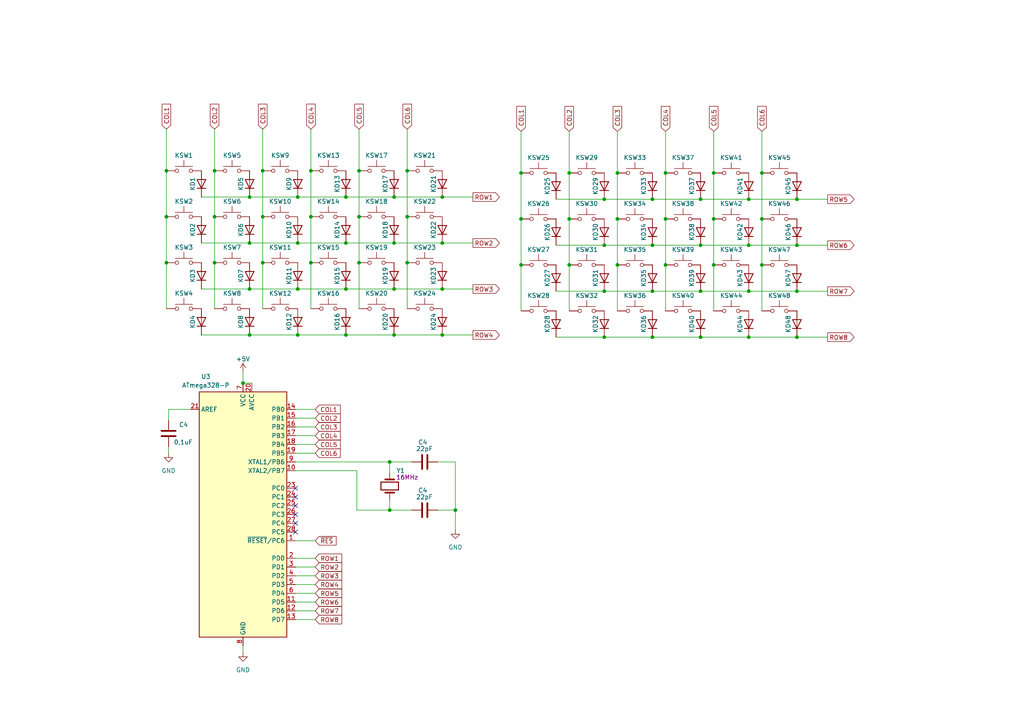
<source format=kicad_sch>
(kicad_sch (version 20230121) (generator eeschema)
  (paper "A4")
  (lib_symbols
    (symbol "Device:C" (pin_numbers hide) (pin_names (offset 0.254))
      (property "Reference" "C" (at 0.635 2.54 0))
      (property "Value" "C" (at 0.635 -2.54 0))
      (symbol "C_0_1"
        (polyline (pts (xy -2.032 -0.762) (xy 2.032 -0.762)) (stroke (width 0.508)))
        (polyline (pts (xy -2.032 0.762) (xy 2.032 0.762)) (stroke (width 0.508)))
      )
      (symbol "C_1_1"
        (pin passive line (at 0 3.81 270) (length 2.794) (name "~") (number "1"))
        (pin passive line (at 0 -3.81 90) (length 2.794) (name "~") (number "2"))
      )
    )
    (symbol "Device:Crystal" (pin_numbers hide) (pin_names (offset 1.016) hide)
      (property "Reference" "Y" (at 0 3.81 0))
      (property "Value" "Crystal" (at 0 -3.81 0))
      (symbol "Crystal_0_1"
        (rectangle (start -1.143 2.54) (end 1.143 -2.54) (stroke (width 0.3048)))
        (polyline (pts (xy -2.54 0) (xy -1.905 0)))
        (polyline (pts (xy -1.905 -1.27) (xy -1.905 1.27)) (stroke (width 0.508)))
        (polyline (pts (xy 1.905 -1.27) (xy 1.905 1.27)) (stroke (width 0.508)))
        (polyline (pts (xy 2.54 0) (xy 1.905 0)))
      )
      (symbol "Crystal_1_1"
        (pin passive line (at -3.81 0 0) (length 1.27) (name "1") (number "1"))
        (pin passive line (at 3.81 0 180) (length 1.27) (name "2") (number "2"))
      )
    )
    (symbol "Diode:1N4001" (pin_numbers hide) (pin_names hide)
      (property "Reference" "D" (at 0 2.54 0))
      (property "Value" "1N4001" (at 0 -2.54 0))
      (symbol "1N4001_0_1"
        (polyline (pts (xy -1.27 1.27) (xy -1.27 -1.27)) (stroke (width 0.254)))
        (polyline (pts (xy 1.27 0) (xy -1.27 0)))
        (polyline (pts (xy 1.27 1.27) (xy 1.27 -1.27) (xy -1.27 0) (xy 1.27 1.27)) (stroke (width 0.254)))
      )
      (symbol "1N4001_1_1"
        (pin passive line (at -3.81 0 0) (length 2.54) (name "K") (number "1"))
        (pin passive line (at 3.81 0 180) (length 2.54) (name "A") (number "2"))
      )
    )
    (symbol "MCU_Microchip_ATmega:ATmega328-P"
      (property "Reference" "U" (at -12.7 36.83 0))
      (property "Value" "ATmega328-P" (at 2.54 -36.83 0))
      (symbol "ATmega328-P_0_1"
        (rectangle (start -12.7 -35.56) (end 12.7 35.56) (stroke (width 0.254)) (fill (type background)))
      )
      (symbol "ATmega328-P_1_1"
        (pin bidirectional line (at 15.24 -7.62 180) (length 2.54) (name "~{RESET}/PC6") (number "1"))
        (pin bidirectional line (at 15.24 12.7 180) (length 2.54) (name "XTAL2/PB7") (number "10"))
        (pin bidirectional line (at 15.24 -25.4 180) (length 2.54) (name "PD5") (number "11"))
        (pin bidirectional line (at 15.24 -27.94 180) (length 2.54) (name "PD6") (number "12"))
        (pin bidirectional line (at 15.24 -30.48 180) (length 2.54) (name "PD7") (number "13"))
        (pin bidirectional line (at 15.24 30.48 180) (length 2.54) (name "PB0") (number "14"))
        (pin bidirectional line (at 15.24 27.94 180) (length 2.54) (name "PB1") (number "15"))
        (pin bidirectional line (at 15.24 25.4 180) (length 2.54) (name "PB2") (number "16"))
        (pin bidirectional line (at 15.24 22.86 180) (length 2.54) (name "PB3") (number "17"))
        (pin bidirectional line (at 15.24 20.32 180) (length 2.54) (name "PB4") (number "18"))
        (pin bidirectional line (at 15.24 17.78 180) (length 2.54) (name "PB5") (number "19"))
        (pin bidirectional line (at 15.24 -12.7 180) (length 2.54) (name "PD0") (number "2"))
        (pin power_in line (at 2.54 38.1 270) (length 2.54) (name "AVCC") (number "20"))
        (pin passive line (at -15.24 30.48 0) (length 2.54) (name "AREF") (number "21"))
        (pin passive line (at 0 -38.1 90) (length 2.54) hide (name "GND") (number "22"))
        (pin bidirectional line (at 15.24 7.62 180) (length 2.54) (name "PC0") (number "23"))
        (pin bidirectional line (at 15.24 5.08 180) (length 2.54) (name "PC1") (number "24"))
        (pin bidirectional line (at 15.24 2.54 180) (length 2.54) (name "PC2") (number "25"))
        (pin bidirectional line (at 15.24 0 180) (length 2.54) (name "PC3") (number "26"))
        (pin bidirectional line (at 15.24 -2.54 180) (length 2.54) (name "PC4") (number "27"))
        (pin bidirectional line (at 15.24 -5.08 180) (length 2.54) (name "PC5") (number "28"))
        (pin bidirectional line (at 15.24 -15.24 180) (length 2.54) (name "PD1") (number "3"))
        (pin bidirectional line (at 15.24 -17.78 180) (length 2.54) (name "PD2") (number "4"))
        (pin bidirectional line (at 15.24 -20.32 180) (length 2.54) (name "PD3") (number "5"))
        (pin bidirectional line (at 15.24 -22.86 180) (length 2.54) (name "PD4") (number "6"))
        (pin power_in line (at 0 38.1 270) (length 2.54) (name "VCC") (number "7"))
        (pin power_in line (at 0 -38.1 90) (length 2.54) (name "GND") (number "8"))
        (pin bidirectional line (at 15.24 15.24 180) (length 2.54) (name "XTAL1/PB6") (number "9"))
      )
    )
    (symbol "Switch:SW_Push" (pin_numbers hide) (pin_names (offset 1.016) hide)
      (property "Reference" "SW" (at 1.27 2.54 0))
      (property "Value" "SW_Push" (at 0 -1.524 0))
      (symbol "SW_Push_0_1"
        (circle (center -2.032 0) (radius 0.508))
        (polyline (pts (xy 0 1.27) (xy 0 3.048)))
        (polyline (pts (xy 2.54 1.27) (xy -2.54 1.27)))
        (circle (center 2.032 0) (radius 0.508))
        (pin passive line (at -5.08 0 0) (length 2.54) (name "1") (number "1"))
        (pin passive line (at 5.08 0 180) (length 2.54) (name "2") (number "2"))
      )
    )
    (symbol "power:+5V" (power) (pin_names (offset 0))
      (property "Value" "+5V" (at 0 3.556 0))
      (symbol "+5V_0_1"
        (polyline (pts (xy -0.762 1.27) (xy 0 2.54)))
        (polyline (pts (xy 0 0) (xy 0 2.54)))
        (polyline (pts (xy 0 2.54) (xy 0.762 1.27)))
      )
      (symbol "+5V_1_1"
        (pin power_in line (at 0 0 90) (length 0) hide (name "+5V") (number "1"))
      )
    )
    (symbol "power:GND" (power) (pin_names (offset 0))
      (property "Value" "GND" (at 0 -3.81 0))
      (symbol "GND_0_1"
        (polyline (pts (xy 0 0) (xy 0 -1.27) (xy 1.27 -1.27) (xy 0 -2.54) (xy -1.27 -1.27) (xy 0 -1.27)))
      )
      (symbol "GND_1_1"
        (pin power_in line (at 0 0 270) (length 0) hide (name "GND") (number "1"))
      )
    )
  )
  (junction (at 175.26 57.785))
  (junction (at 118.11 49.53))
  (junction (at 179.07 50.165))
  (junction (at 189.23 71.12))
  (junction (at 175.26 71.12))
  (junction (at 217.17 71.12))
  (junction (at 220.98 50.165))
  (junction (at 48.26 62.865))
  (junction (at 113.03 147.955))
  (junction (at 90.17 76.2))
  (junction (at 193.04 76.835))
  (junction (at 100.33 70.485))
  (junction (at 114.3 57.15))
  (junction (at 128.27 70.485))
  (junction (at 114.3 70.485))
  (junction (at 114.3 97.155))
  (junction (at 62.23 62.865))
  (junction (at 118.11 76.2))
  (junction (at 231.14 84.455))
  (junction (at 207.01 63.5))
  (junction (at 189.23 57.785))
  (junction (at 104.14 49.53))
  (junction (at 76.2 76.2))
  (junction (at 100.33 83.82))
  (junction (at 62.23 49.53))
  (junction (at 220.98 76.835))
  (junction (at 62.23 76.2))
  (junction (at 165.1 63.5))
  (junction (at 203.2 84.455))
  (junction (at 72.39 57.15))
  (junction (at 193.04 50.165))
  (junction (at 165.1 76.835))
  (junction (at 76.2 62.865))
  (junction (at 189.23 84.455))
  (junction (at 86.36 70.485))
  (junction (at 72.39 97.155))
  (junction (at 48.26 49.53))
  (junction (at 118.11 62.865))
  (junction (at 175.26 97.79))
  (junction (at 128.27 97.155))
  (junction (at 70.485 111.125))
  (junction (at 114.3 83.82))
  (junction (at 217.17 57.785))
  (junction (at 231.14 57.785))
  (junction (at 72.39 70.485))
  (junction (at 189.23 97.79))
  (junction (at 217.17 84.455))
  (junction (at 48.26 76.2))
  (junction (at 86.36 83.82))
  (junction (at 128.27 83.82))
  (junction (at 90.17 49.53))
  (junction (at 179.07 76.835))
  (junction (at 104.14 76.2))
  (junction (at 175.26 84.455))
  (junction (at 100.33 97.155))
  (junction (at 151.13 76.835))
  (junction (at 165.1 50.165))
  (junction (at 132.08 147.955))
  (junction (at 231.14 71.12))
  (junction (at 72.39 83.82))
  (junction (at 203.2 71.12))
  (junction (at 151.13 63.5))
  (junction (at 179.07 63.5))
  (junction (at 231.14 97.79))
  (junction (at 86.36 57.15))
  (junction (at 203.2 97.79))
  (junction (at 90.17 62.865))
  (junction (at 203.2 57.785))
  (junction (at 76.2 49.53))
  (junction (at 128.27 57.15))
  (junction (at 86.36 97.155))
  (junction (at 100.33 57.15))
  (junction (at 207.01 76.835))
  (junction (at 220.98 63.5))
  (junction (at 104.14 62.865))
  (junction (at 207.01 50.165))
  (junction (at 113.03 133.985))
  (junction (at 193.04 63.5))
  (junction (at 217.17 97.79))
  (junction (at 151.13 50.165))
  (no_connect (at 85.725 149.225))
  (no_connect (at 85.725 141.605))
  (no_connect (at 85.725 144.145))
  (no_connect (at 85.725 146.685))
  (no_connect (at 85.725 151.765))
  (no_connect (at 85.725 154.305))
  (wire (pts (xy 203.2 84.455) (xy 217.17 84.455)))
  (wire (pts (xy 58.42 83.82) (xy 72.39 83.82)))
  (wire (pts (xy 48.26 37.465) (xy 48.26 49.53)))
  (wire (pts (xy 193.04 90.17) (xy 193.04 76.835)))
  (wire (pts (xy 114.3 83.82) (xy 128.27 83.82)))
  (wire (pts (xy 220.98 63.5) (xy 220.98 50.165)))
  (wire (pts (xy 240.03 71.12) (xy 231.14 71.12)))
  (wire (pts (xy 165.1 76.835) (xy 165.1 63.5)))
  (wire (pts (xy 220.98 76.835) (xy 220.98 63.5)))
  (wire (pts (xy 203.2 71.12) (xy 217.17 71.12)))
  (wire (pts (xy 118.11 89.535) (xy 118.11 76.2)))
  (wire (pts (xy 217.17 84.455) (xy 231.14 84.455)))
  (wire (pts (xy 207.01 90.17) (xy 207.01 76.835)))
  (wire (pts (xy 76.2 37.465) (xy 76.2 49.53)))
  (wire (pts (xy 132.08 153.67) (xy 132.08 147.955)))
  (wire (pts (xy 48.895 129.54) (xy 48.895 131.445)))
  (wire (pts (xy 165.1 38.1) (xy 165.1 50.165)))
  (wire (pts (xy 62.23 62.865) (xy 62.23 49.53)))
  (wire (pts (xy 240.03 84.455) (xy 231.14 84.455)))
  (wire (pts (xy 72.39 83.82) (xy 86.36 83.82)))
  (wire (pts (xy 91.44 118.745) (xy 85.725 118.745)))
  (wire (pts (xy 85.725 156.845) (xy 91.44 156.845)))
  (wire (pts (xy 161.29 71.12) (xy 175.26 71.12)))
  (wire (pts (xy 58.42 97.155) (xy 72.39 97.155)))
  (wire (pts (xy 70.485 107.95) (xy 70.485 111.125)))
  (wire (pts (xy 114.3 97.155) (xy 128.27 97.155)))
  (wire (pts (xy 85.725 167.005) (xy 91.44 167.005)))
  (wire (pts (xy 91.44 123.825) (xy 85.725 123.825)))
  (wire (pts (xy 118.11 37.465) (xy 118.11 49.53)))
  (wire (pts (xy 137.16 97.155) (xy 128.27 97.155)))
  (wire (pts (xy 62.23 89.535) (xy 62.23 76.2)))
  (wire (pts (xy 132.08 133.985) (xy 132.08 147.955)))
  (wire (pts (xy 76.2 76.2) (xy 76.2 62.865)))
  (wire (pts (xy 207.01 63.5) (xy 207.01 50.165)))
  (wire (pts (xy 55.245 118.745) (xy 48.895 118.745)))
  (wire (pts (xy 151.13 90.17) (xy 151.13 76.835)))
  (wire (pts (xy 240.03 57.785) (xy 231.14 57.785)))
  (wire (pts (xy 137.16 70.485) (xy 128.27 70.485)))
  (wire (pts (xy 86.36 83.82) (xy 100.33 83.82)))
  (wire (pts (xy 100.33 97.155) (xy 114.3 97.155)))
  (wire (pts (xy 217.17 97.79) (xy 231.14 97.79)))
  (wire (pts (xy 193.04 63.5) (xy 193.04 50.165)))
  (wire (pts (xy 240.03 97.79) (xy 231.14 97.79)))
  (wire (pts (xy 100.33 83.82) (xy 114.3 83.82)))
  (wire (pts (xy 90.17 76.2) (xy 90.17 62.865)))
  (wire (pts (xy 91.44 131.445) (xy 85.725 131.445)))
  (wire (pts (xy 48.26 76.2) (xy 48.26 62.865)))
  (wire (pts (xy 76.2 62.865) (xy 76.2 49.53)))
  (wire (pts (xy 103.505 136.525) (xy 103.505 147.955)))
  (wire (pts (xy 91.44 169.545) (xy 85.725 169.545)))
  (wire (pts (xy 203.2 97.79) (xy 217.17 97.79)))
  (wire (pts (xy 104.14 37.465) (xy 104.14 49.53)))
  (wire (pts (xy 161.29 84.455) (xy 175.26 84.455)))
  (wire (pts (xy 203.2 57.785) (xy 189.23 57.785)))
  (wire (pts (xy 175.26 57.785) (xy 161.29 57.785)))
  (wire (pts (xy 165.1 63.5) (xy 165.1 50.165)))
  (wire (pts (xy 231.14 57.785) (xy 217.17 57.785)))
  (wire (pts (xy 220.98 38.1) (xy 220.98 50.165)))
  (wire (pts (xy 104.14 89.535) (xy 104.14 76.2)))
  (wire (pts (xy 104.14 76.2) (xy 104.14 62.865)))
  (wire (pts (xy 91.44 164.465) (xy 85.725 164.465)))
  (wire (pts (xy 207.01 76.835) (xy 207.01 63.5)))
  (wire (pts (xy 86.36 97.155) (xy 100.33 97.155)))
  (wire (pts (xy 58.42 70.485) (xy 72.39 70.485)))
  (wire (pts (xy 85.725 172.085) (xy 91.44 172.085)))
  (wire (pts (xy 193.04 38.1) (xy 193.04 50.165)))
  (wire (pts (xy 151.13 63.5) (xy 151.13 50.165)))
  (wire (pts (xy 137.16 83.82) (xy 128.27 83.82)))
  (wire (pts (xy 90.17 89.535) (xy 90.17 76.2)))
  (wire (pts (xy 175.26 84.455) (xy 189.23 84.455)))
  (wire (pts (xy 189.23 97.79) (xy 203.2 97.79)))
  (wire (pts (xy 85.725 177.165) (xy 91.44 177.165)))
  (wire (pts (xy 179.07 76.835) (xy 179.07 63.5)))
  (wire (pts (xy 91.44 121.285) (xy 85.725 121.285)))
  (wire (pts (xy 85.725 133.985) (xy 113.03 133.985)))
  (wire (pts (xy 70.485 189.23) (xy 70.485 187.325)))
  (wire (pts (xy 118.11 62.865) (xy 118.11 49.53)))
  (wire (pts (xy 90.17 62.865) (xy 90.17 49.53)))
  (wire (pts (xy 175.26 71.12) (xy 189.23 71.12)))
  (wire (pts (xy 217.17 71.12) (xy 231.14 71.12)))
  (wire (pts (xy 72.39 70.485) (xy 86.36 70.485)))
  (wire (pts (xy 72.39 57.15) (xy 58.42 57.15)))
  (wire (pts (xy 91.44 126.365) (xy 85.725 126.365)))
  (wire (pts (xy 85.725 161.925) (xy 91.44 161.925)))
  (wire (pts (xy 137.16 57.15) (xy 128.27 57.15)))
  (wire (pts (xy 100.33 57.15) (xy 86.36 57.15)))
  (wire (pts (xy 85.725 179.705) (xy 91.44 179.705)))
  (wire (pts (xy 76.2 89.535) (xy 76.2 76.2)))
  (wire (pts (xy 104.14 62.865) (xy 104.14 49.53)))
  (wire (pts (xy 103.505 147.955) (xy 113.03 147.955)))
  (wire (pts (xy 193.04 76.835) (xy 193.04 63.5)))
  (wire (pts (xy 151.13 76.835) (xy 151.13 63.5)))
  (wire (pts (xy 151.13 38.1) (xy 151.13 50.165)))
  (wire (pts (xy 113.03 133.985) (xy 113.03 137.16)))
  (wire (pts (xy 90.17 37.465) (xy 90.17 49.53)))
  (wire (pts (xy 165.1 90.17) (xy 165.1 76.835)))
  (wire (pts (xy 179.07 38.1) (xy 179.07 50.165)))
  (wire (pts (xy 118.11 76.2) (xy 118.11 62.865)))
  (wire (pts (xy 189.23 57.785) (xy 175.26 57.785)))
  (wire (pts (xy 91.44 174.625) (xy 85.725 174.625)))
  (wire (pts (xy 86.36 57.15) (xy 72.39 57.15)))
  (wire (pts (xy 217.17 57.785) (xy 203.2 57.785)))
  (wire (pts (xy 179.07 90.17) (xy 179.07 76.835)))
  (wire (pts (xy 128.27 57.15) (xy 114.3 57.15)))
  (wire (pts (xy 161.29 97.79) (xy 175.26 97.79)))
  (wire (pts (xy 48.26 62.865) (xy 48.26 49.53)))
  (wire (pts (xy 175.26 97.79) (xy 189.23 97.79)))
  (wire (pts (xy 113.03 133.985) (xy 119.38 133.985)))
  (wire (pts (xy 113.03 147.955) (xy 113.03 144.78)))
  (wire (pts (xy 189.23 84.455) (xy 203.2 84.455)))
  (wire (pts (xy 113.03 147.955) (xy 119.38 147.955)))
  (wire (pts (xy 73.025 111.125) (xy 70.485 111.125)))
  (wire (pts (xy 85.725 128.905) (xy 91.44 128.905)))
  (wire (pts (xy 189.23 71.12) (xy 203.2 71.12)))
  (wire (pts (xy 48.26 89.535) (xy 48.26 76.2)))
  (wire (pts (xy 62.23 37.465) (xy 62.23 49.53)))
  (wire (pts (xy 100.33 70.485) (xy 114.3 70.485)))
  (wire (pts (xy 114.3 70.485) (xy 128.27 70.485)))
  (wire (pts (xy 48.895 118.745) (xy 48.895 121.92)))
  (wire (pts (xy 132.08 133.985) (xy 127 133.985)))
  (wire (pts (xy 72.39 97.155) (xy 86.36 97.155)))
  (wire (pts (xy 62.23 76.2) (xy 62.23 62.865)))
  (wire (pts (xy 132.08 147.955) (xy 127 147.955)))
  (wire (pts (xy 179.07 63.5) (xy 179.07 50.165)))
  (wire (pts (xy 86.36 70.485) (xy 100.33 70.485)))
  (wire (pts (xy 85.725 136.525) (xy 103.505 136.525)))
  (wire (pts (xy 114.3 57.15) (xy 100.33 57.15)))
  (wire (pts (xy 220.98 90.17) (xy 220.98 76.835)))
  (wire (pts (xy 207.01 38.1) (xy 207.01 50.165)))
  (global_label "COL5" (shape input) (at 104.14 37.465 90) (property "Intersheetrefs" "${INTERSHEET_REFS}" (effects hide)))
  (global_label "COL2" (shape input) (at 91.44 121.285 0) (property "Intersheetrefs" "${INTERSHEET_REFS}" (effects hide)))
  (global_label "ROW2" (shape output) (at 137.16 70.485 0) (property "Intersheetrefs" "${INTERSHEET_REFS}" (effects hide)))
  (global_label "ROW8" (shape input) (at 91.44 179.705 0) (property "Intersheetrefs" "${INTERSHEET_REFS}" (effects hide)))
  (global_label "COL3" (shape input) (at 76.2 37.465 90) (property "Intersheetrefs" "${INTERSHEET_REFS}" (effects hide)))
  (global_label "ROW3" (shape output) (at 137.16 83.82 0) (property "Intersheetrefs" "${INTERSHEET_REFS}" (effects hide)))
  (global_label "ROW1" (shape output) (at 137.16 57.15 0) (property "Intersheetrefs" "${INTERSHEET_REFS}" (effects hide)))
  (global_label "ROW3" (shape input) (at 91.44 167.005 0) (property "Intersheetrefs" "${INTERSHEET_REFS}" (effects hide)))
  (global_label "COL4" (shape input) (at 193.04 38.1 90) (property "Intersheetrefs" "${INTERSHEET_REFS}" (effects hide)))
  (global_label "COL1" (shape input) (at 151.13 38.1 90) (property "Intersheetrefs" "${INTERSHEET_REFS}" (effects hide)))
  (global_label "COL6" (shape input) (at 220.98 38.1 90) (property "Intersheetrefs" "${INTERSHEET_REFS}" (effects hide)))
  (global_label "ROW4" (shape output) (at 137.16 97.155 0) (property "Intersheetrefs" "${INTERSHEET_REFS}" (effects hide)))
  (global_label "ROW6" (shape input) (at 91.44 174.625 0) (property "Intersheetrefs" "${INTERSHEET_REFS}" (effects hide)))
  (global_label "ROW4" (shape input) (at 91.44 169.545 0) (property "Intersheetrefs" "${INTERSHEET_REFS}" (effects hide)))
  (global_label "~{RES}" (shape input) (at 91.44 156.845 0) (property "Intersheetrefs" "${INTERSHEET_REFS}" (effects hide)))
  (global_label "ROW8" (shape output) (at 240.03 97.79 0) (property "Intersheetrefs" "${INTERSHEET_REFS}" (effects hide)))
  (global_label "COL4" (shape input) (at 90.17 37.465 90) (property "Intersheetrefs" "${INTERSHEET_REFS}" (effects hide)))
  (global_label "ROW5" (shape output) (at 240.03 57.785 0) (property "Intersheetrefs" "${INTERSHEET_REFS}" (effects hide)))
  (global_label "COL4" (shape input) (at 91.44 126.365 0) (property "Intersheetrefs" "${INTERSHEET_REFS}" (effects hide)))
  (global_label "COL6" (shape input) (at 118.11 37.465 90) (property "Intersheetrefs" "${INTERSHEET_REFS}" (effects hide)))
  (global_label "COL5" (shape input) (at 207.01 38.1 90) (property "Intersheetrefs" "${INTERSHEET_REFS}" (effects hide)))
  (global_label "COL3" (shape input) (at 179.07 38.1 90) (property "Intersheetrefs" "${INTERSHEET_REFS}" (effects hide)))
  (global_label "COL1" (shape input) (at 48.26 37.465 90) (property "Intersheetrefs" "${INTERSHEET_REFS}" (effects hide)))
  (global_label "COL2" (shape input) (at 62.23 37.465 90) (property "Intersheetrefs" "${INTERSHEET_REFS}" (effects hide)))
  (global_label "COL6" (shape input) (at 91.44 131.445 0) (property "Intersheetrefs" "${INTERSHEET_REFS}" (effects hide)))
  (global_label "COL2" (shape input) (at 165.1 38.1 90) (property "Intersheetrefs" "${INTERSHEET_REFS}" (effects hide)))
  (global_label "COL5" (shape input) (at 91.44 128.905 0) (property "Intersheetrefs" "${INTERSHEET_REFS}" (effects hide)))
  (global_label "COL1" (shape input) (at 91.44 118.745 0) (property "Intersheetrefs" "${INTERSHEET_REFS}" (effects hide)))
  (global_label "ROW1" (shape input) (at 91.44 161.925 0) (property "Intersheetrefs" "${INTERSHEET_REFS}" (effects hide)))
  (global_label "ROW2" (shape input) (at 91.44 164.465 0) (property "Intersheetrefs" "${INTERSHEET_REFS}" (effects hide)))
  (global_label "ROW7" (shape output) (at 240.03 84.455 0) (property "Intersheetrefs" "${INTERSHEET_REFS}" (effects hide)))
  (global_label "ROW6" (shape output) (at 240.03 71.12 0) (property "Intersheetrefs" "${INTERSHEET_REFS}" (effects hide)))
  (global_label "ROW7" (shape input) (at 91.44 177.165 0) (property "Intersheetrefs" "${INTERSHEET_REFS}" (effects hide)))
  (global_label "ROW5" (shape input) (at 91.44 172.085 0) (property "Intersheetrefs" "${INTERSHEET_REFS}" (effects hide)))
  (global_label "COL3" (shape input) (at 91.44 123.825 0) (property "Intersheetrefs" "${INTERSHEET_REFS}" (effects hide)))
  (symbol (lib_id "Switch:SW_Push") (at 212.09 76.835 0) (unit 1)
    (property "Reference" "KSW43" (at 212.09 72.39 0))
    (property "Value" "SW_Push" (effects hide))
    (property "Footprint" "footprints:SW_PG1350" (effects hide))
  )
  (symbol (lib_id "Switch:SW_Push") (at 123.19 49.53 0) (unit 1)
    (property "Reference" "KSW21" (at 123.19 45.085 0))
    (property "Value" "SW_Push" (effects hide))
    (property "Footprint" "footprints:SW_PG1350" (effects hide))
  )
  (symbol (lib_id "Diode:1N4001") (at 189.23 93.98 270) (mirror x) (unit 1)
    (property "Reference" "KD36" (at 186.69 93.98 0))
    (property "Value" "1N4001" (effects hide))
    (property "Footprint" "Diode_THT:D_DO-41_SOD81_P10.16mm_Horizontal" (effects hide))
    (property "Datasheet" "http://www.vishay.com/docs/88503/1n4001.pdf" (effects hide))
    (property "Sim.Device" "D" (effects hide))
    (property "Sim.Pins" "1=K 2=A" (effects hide))
  )
  (symbol (lib_id "power:GND") (at 70.485 189.23 0) (unit 1)
    (property "Reference" "#PWR049" (effects hide))
    (property "Value" "GND" (at 70.485 194.31 0))
  )
  (symbol (lib_id "Switch:SW_Push") (at 198.12 63.5 0) (unit 1)
    (property "Reference" "KSW38" (at 198.12 59.055 0))
    (property "Value" "SW_Push" (effects hide))
    (property "Footprint" "footprints:SW_PG1350" (effects hide))
  )
  (symbol (lib_id "Switch:SW_Push") (at 123.19 62.865 0) (unit 1)
    (property "Reference" "KSW22" (at 123.19 58.42 0))
    (property "Value" "SW_Push" (effects hide))
    (property "Footprint" "footprints:SW_PG1350" (effects hide))
  )
  (symbol (lib_id "Diode:1N4001") (at 72.39 93.345 270) (mirror x) (unit 1)
    (property "Reference" "KD8" (at 69.85 93.345 0))
    (property "Value" "1N4001" (effects hide))
    (property "Footprint" "Diode_THT:D_DO-41_SOD81_P10.16mm_Horizontal" (effects hide))
    (property "Datasheet" "http://www.vishay.com/docs/88503/1n4001.pdf" (effects hide))
    (property "Sim.Device" "D" (effects hide))
    (property "Sim.Pins" "1=K 2=A" (effects hide))
  )
  (symbol (lib_id "Switch:SW_Push") (at 109.22 49.53 0) (unit 1)
    (property "Reference" "KSW17" (at 109.22 45.085 0))
    (property "Value" "SW_Push" (effects hide))
    (property "Footprint" "footprints:SW_PG1350" (effects hide))
  )
  (symbol (lib_id "Diode:1N4001") (at 114.3 80.01 270) (mirror x) (unit 1)
    (property "Reference" "KD19" (at 111.76 80.01 0))
    (property "Value" "1N4001" (effects hide))
    (property "Footprint" "Diode_THT:D_DO-41_SOD81_P10.16mm_Horizontal" (effects hide))
    (property "Datasheet" "http://www.vishay.com/docs/88503/1n4001.pdf" (effects hide))
    (property "Sim.Device" "D" (effects hide))
    (property "Sim.Pins" "1=K 2=A" (effects hide))
  )
  (symbol (lib_id "Switch:SW_Push") (at 67.31 89.535 0) (unit 1)
    (property "Reference" "KSW8" (at 67.31 85.09 0))
    (property "Value" "SW_Push" (effects hide))
    (property "Footprint" "footprints:SW_PG1350" (effects hide))
  )
  (symbol (lib_id "Switch:SW_Push") (at 198.12 90.17 0) (unit 1)
    (property "Reference" "KSW40" (at 198.12 85.725 0))
    (property "Value" "SW_Push" (effects hide))
    (property "Footprint" "footprints:SW_PG1350" (effects hide))
  )
  (symbol (lib_id "Switch:SW_Push") (at 81.28 89.535 0) (unit 1)
    (property "Reference" "KSW12" (at 81.28 85.09 0))
    (property "Value" "SW_Push" (effects hide))
    (property "Footprint" "footprints:SW_PG1350" (effects hide))
  )
  (symbol (lib_id "Diode:1N4001") (at 128.27 93.345 270) (mirror x) (unit 1)
    (property "Reference" "KD24" (at 125.73 93.345 0))
    (property "Value" "1N4001" (effects hide))
    (property "Footprint" "Diode_THT:D_DO-41_SOD81_P10.16mm_Horizontal" (effects hide))
    (property "Datasheet" "http://www.vishay.com/docs/88503/1n4001.pdf" (effects hide))
    (property "Sim.Device" "D" (effects hide))
    (property "Sim.Pins" "1=K 2=A" (effects hide))
  )
  (symbol (lib_id "Switch:SW_Push") (at 156.21 76.835 0) (unit 1)
    (property "Reference" "KSW27" (at 156.21 72.39 0))
    (property "Value" "SW_Push" (effects hide))
    (property "Footprint" "footprints:SW_PG1350" (effects hide))
  )
  (symbol (lib_id "Diode:1N4001") (at 189.23 53.975 270) (mirror x) (unit 1)
    (property "Reference" "KD33" (at 186.69 53.975 0))
    (property "Value" "1N4001" (effects hide))
    (property "Footprint" "Diode_THT:D_DO-41_SOD81_P10.16mm_Horizontal" (effects hide))
    (property "Datasheet" "http://www.vishay.com/docs/88503/1n4001.pdf" (effects hide))
    (property "Sim.Device" "D" (effects hide))
    (property "Sim.Pins" "1=K 2=A" (effects hide))
  )
  (symbol (lib_id "Switch:SW_Push") (at 170.18 50.165 0) (unit 1)
    (property "Reference" "KSW29" (at 170.18 45.72 0))
    (property "Value" "SW_Push" (effects hide))
    (property "Footprint" "footprints:SW_PG1350" (effects hide))
  )
  (symbol (lib_id "Switch:SW_Push") (at 53.34 49.53 0) (unit 1)
    (property "Reference" "KSW1" (at 53.34 45.085 0))
    (property "Value" "SW_Push" (effects hide))
    (property "Footprint" "footprints:SW_PG1350" (effects hide))
  )
  (symbol (lib_id "Switch:SW_Push") (at 109.22 89.535 0) (unit 1)
    (property "Reference" "KSW20" (at 109.22 85.09 0))
    (property "Value" "SW_Push" (effects hide))
    (property "Footprint" "footprints:SW_PG1350" (effects hide))
  )
  (symbol (lib_id "Diode:1N4001") (at 203.2 80.645 270) (mirror x) (unit 1)
    (property "Reference" "KD39" (at 200.66 80.645 0))
    (property "Value" "1N4001" (effects hide))
    (property "Footprint" "Diode_THT:D_DO-41_SOD81_P10.16mm_Horizontal" (effects hide))
    (property "Datasheet" "http://www.vishay.com/docs/88503/1n4001.pdf" (effects hide))
    (property "Sim.Device" "D" (effects hide))
    (property "Sim.Pins" "1=K 2=A" (effects hide))
  )
  (symbol (lib_id "Diode:1N4001") (at 86.36 53.34 270) (mirror x) (unit 1)
    (property "Reference" "KD9" (at 83.82 53.34 0))
    (property "Value" "1N4001" (effects hide))
    (property "Footprint" "Diode_THT:D_DO-41_SOD81_P10.16mm_Horizontal" (effects hide))
    (property "Datasheet" "http://www.vishay.com/docs/88503/1n4001.pdf" (effects hide))
    (property "Sim.Device" "D" (effects hide))
    (property "Sim.Pins" "1=K 2=A" (effects hide))
  )
  (symbol (lib_id "Diode:1N4001") (at 175.26 53.975 270) (mirror x) (unit 1)
    (property "Reference" "KD29" (at 172.72 53.975 0))
    (property "Value" "1N4001" (effects hide))
    (property "Footprint" "Diode_THT:D_DO-41_SOD81_P10.16mm_Horizontal" (effects hide))
    (property "Datasheet" "http://www.vishay.com/docs/88503/1n4001.pdf" (effects hide))
    (property "Sim.Device" "D" (effects hide))
    (property "Sim.Pins" "1=K 2=A" (effects hide))
  )
  (symbol (lib_id "Switch:SW_Push") (at 184.15 90.17 0) (unit 1)
    (property "Reference" "KSW36" (at 184.15 85.725 0))
    (property "Value" "SW_Push" (effects hide))
    (property "Footprint" "footprints:SW_PG1350" (effects hide))
  )
  (symbol (lib_id "Diode:1N4001") (at 217.17 53.975 270) (mirror x) (unit 1)
    (property "Reference" "KD41" (at 214.63 53.975 0))
    (property "Value" "1N4001" (effects hide))
    (property "Footprint" "Diode_THT:D_DO-41_SOD81_P10.16mm_Horizontal" (effects hide))
    (property "Datasheet" "http://www.vishay.com/docs/88503/1n4001.pdf" (effects hide))
    (property "Sim.Device" "D" (effects hide))
    (property "Sim.Pins" "1=K 2=A" (effects hide))
  )
  (symbol (lib_id "Diode:1N4001") (at 86.36 66.675 270) (mirror x) (unit 1)
    (property "Reference" "KD10" (at 83.82 66.675 0))
    (property "Value" "1N4001" (effects hide))
    (property "Footprint" "Diode_THT:D_DO-41_SOD81_P10.16mm_Horizontal" (effects hide))
    (property "Datasheet" "http://www.vishay.com/docs/88503/1n4001.pdf" (effects hide))
    (property "Sim.Device" "D" (effects hide))
    (property "Sim.Pins" "1=K 2=A" (effects hide))
  )
  (symbol (lib_id "Switch:SW_Push") (at 109.22 62.865 0) (unit 1)
    (property "Reference" "KSW18" (at 109.22 58.42 0))
    (property "Value" "SW_Push" (effects hide))
    (property "Footprint" "footprints:SW_PG1350" (effects hide))
  )
  (symbol (lib_id "Diode:1N4001") (at 217.17 80.645 270) (mirror x) (unit 1)
    (property "Reference" "KD43" (at 214.63 80.645 0))
    (property "Value" "1N4001" (effects hide))
    (property "Footprint" "Diode_THT:D_DO-41_SOD81_P10.16mm_Horizontal" (effects hide))
    (property "Datasheet" "http://www.vishay.com/docs/88503/1n4001.pdf" (effects hide))
    (property "Sim.Device" "D" (effects hide))
    (property "Sim.Pins" "1=K 2=A" (effects hide))
  )
  (symbol (lib_id "Device:C") (at 123.19 147.955 270) (unit 1)
    (property "Reference" "C4" (at 121.285 142.24 90) (effects (justify left)))
    (property "Value" "22pF" (at 120.65 144.145 90) (effects (justify left)))
    (property "Footprint" "Capacitor_THT:C_Disc_D3.0mm_W2.0mm_P2.50mm" (effects hide))
    (instances (project "main" (path "" (reference "C4") (unit 1)) (path "" (reference "C12") (unit 1))))
  )
  (symbol (lib_id "Diode:1N4001") (at 161.29 80.645 270) (mirror x) (unit 1)
    (property "Reference" "KD27" (at 158.75 80.645 0))
    (property "Value" "1N4001" (effects hide))
    (property "Footprint" "Diode_THT:D_DO-41_SOD81_P10.16mm_Horizontal" (effects hide))
    (property "Datasheet" "http://www.vishay.com/docs/88503/1n4001.pdf" (effects hide))
    (property "Sim.Device" "D" (effects hide))
    (property "Sim.Pins" "1=K 2=A" (effects hide))
  )
  (symbol (lib_id "Diode:1N4001") (at 231.14 80.645 270) (mirror x) (unit 1)
    (property "Reference" "KD47" (at 228.6 80.645 0))
    (property "Value" "1N4001" (effects hide))
    (property "Footprint" "Diode_THT:D_DO-41_SOD81_P10.16mm_Horizontal" (effects hide))
    (property "Datasheet" "http://www.vishay.com/docs/88503/1n4001.pdf" (effects hide))
    (property "Sim.Device" "D" (effects hide))
    (property "Sim.Pins" "1=K 2=A" (effects hide))
  )
  (symbol (lib_id "power:+5V") (at 70.485 107.95 0) (unit 1)
    (property "Reference" "#PWR047" (effects hide))
    (property "Value" "+5V" (at 70.485 104.14 0))
  )
  (symbol (lib_id "Switch:SW_Push") (at 226.06 63.5 0) (unit 1)
    (property "Reference" "KSW46" (at 226.06 59.055 0))
    (property "Value" "SW_Push" (effects hide))
    (property "Footprint" "footprints:SW_PG1350" (effects hide))
  )
  (symbol (lib_id "Switch:SW_Push") (at 226.06 76.835 0) (unit 1)
    (property "Reference" "KSW47" (at 226.06 72.39 0))
    (property "Value" "SW_Push" (effects hide))
    (property "Footprint" "footprints:SW_PG1350" (effects hide))
  )
  (symbol (lib_id "Switch:SW_Push") (at 212.09 90.17 0) (unit 1)
    (property "Reference" "KSW44" (at 212.09 85.725 0))
    (property "Value" "SW_Push" (effects hide))
    (property "Footprint" "footprints:SW_PG1350" (effects hide))
  )
  (symbol (lib_id "Diode:1N4001") (at 203.2 53.975 270) (mirror x) (unit 1)
    (property "Reference" "KD37" (at 200.66 53.975 0))
    (property "Value" "1N4001" (effects hide))
    (property "Footprint" "Diode_THT:D_DO-41_SOD81_P10.16mm_Horizontal" (effects hide))
    (property "Datasheet" "http://www.vishay.com/docs/88503/1n4001.pdf" (effects hide))
    (property "Sim.Device" "D" (effects hide))
    (property "Sim.Pins" "1=K 2=A" (effects hide))
  )
  (symbol (lib_id "Diode:1N4001") (at 58.42 66.675 270) (mirror x) (unit 1)
    (property "Reference" "KD2" (at 55.88 66.675 0))
    (property "Value" "1N4001" (effects hide))
    (property "Footprint" "Diode_THT:D_DO-41_SOD81_P10.16mm_Horizontal" (effects hide))
    (property "Datasheet" "http://www.vishay.com/docs/88503/1n4001.pdf" (effects hide))
    (property "Sim.Device" "D" (effects hide))
    (property "Sim.Pins" "1=K 2=A" (effects hide))
  )
  (symbol (lib_id "Switch:SW_Push") (at 123.19 76.2 0) (unit 1)
    (property "Reference" "KSW23" (at 123.19 71.755 0))
    (property "Value" "SW_Push" (effects hide))
    (property "Footprint" "footprints:SW_PG1350" (effects hide))
  )
  (symbol (lib_id "MCU_Microchip_ATmega:ATmega328-P") (at 70.485 149.225 0) (unit 1)
    (property "Reference" "U3" (at 59.69 109.22 0))
    (property "Value" "ATmega328-P" (at 59.69 111.76 0))
    (property "Footprint" "Package_DIP:DIP-28_W7.62mm" (effects hide))
    (property "Datasheet" "http://ww1.microchip.com/downloads/en/DeviceDoc/ATmega328_P%20AVR%20MCU%20with%20picoPower%20Technology%20Data%20Sheet%2040001984A.pdf" (effects hide))
  )
  (symbol (lib_id "Diode:1N4001") (at 231.14 53.975 270) (mirror x) (unit 1)
    (property "Reference" "KD45" (at 228.6 53.975 0))
    (property "Value" "1N4001" (effects hide))
    (property "Footprint" "Diode_THT:D_DO-41_SOD81_P10.16mm_Horizontal" (effects hide))
    (property "Datasheet" "http://www.vishay.com/docs/88503/1n4001.pdf" (effects hide))
    (property "Sim.Device" "D" (effects hide))
    (property "Sim.Pins" "1=K 2=A" (effects hide))
  )
  (symbol (lib_id "Switch:SW_Push") (at 53.34 89.535 0) (unit 1)
    (property "Reference" "KSW4" (at 53.34 85.09 0))
    (property "Value" "SW_Push" (effects hide))
    (property "Footprint" "footprints:SW_PG1350" (effects hide))
  )
  (symbol (lib_id "Switch:SW_Push") (at 170.18 76.835 0) (unit 1)
    (property "Reference" "KSW31" (at 170.18 72.39 0))
    (property "Value" "SW_Push" (effects hide))
    (property "Footprint" "footprints:SW_PG1350" (effects hide))
  )
  (symbol (lib_id "Diode:1N4001") (at 189.23 80.645 270) (mirror x) (unit 1)
    (property "Reference" "KD35" (at 186.69 80.645 0))
    (property "Value" "1N4001" (effects hide))
    (property "Footprint" "Diode_THT:D_DO-41_SOD81_P10.16mm_Horizontal" (effects hide))
    (property "Datasheet" "http://www.vishay.com/docs/88503/1n4001.pdf" (effects hide))
    (property "Sim.Device" "D" (effects hide))
    (property "Sim.Pins" "1=K 2=A" (effects hide))
  )
  (symbol (lib_id "Diode:1N4001") (at 203.2 67.31 270) (mirror x) (unit 1)
    (property "Reference" "KD38" (at 200.66 67.31 0))
    (property "Value" "1N4001" (effects hide))
    (property "Footprint" "Diode_THT:D_DO-41_SOD81_P10.16mm_Horizontal" (effects hide))
    (property "Datasheet" "http://www.vishay.com/docs/88503/1n4001.pdf" (effects hide))
    (property "Sim.Device" "D" (effects hide))
    (property "Sim.Pins" "1=K 2=A" (effects hide))
  )
  (symbol (lib_id "Switch:SW_Push") (at 170.18 90.17 0) (unit 1)
    (property "Reference" "KSW32" (at 170.18 85.725 0))
    (property "Value" "SW_Push" (effects hide))
    (property "Footprint" "footprints:SW_PG1350" (effects hide))
  )
  (symbol (lib_id "power:GND") (at 132.08 153.67 0) (unit 1)
    (property "Reference" "#PWR050" (effects hide))
    (property "Value" "GND" (at 132.08 158.75 0))
  )
  (symbol (lib_id "Switch:SW_Push") (at 198.12 76.835 0) (unit 1)
    (property "Reference" "KSW39" (at 198.12 72.39 0))
    (property "Value" "SW_Push" (effects hide))
    (property "Footprint" "footprints:SW_PG1350" (effects hide))
  )
  (symbol (lib_id "Diode:1N4001") (at 58.42 93.345 270) (mirror x) (unit 1)
    (property "Reference" "KD4" (at 55.88 93.345 0))
    (property "Value" "1N4001" (effects hide))
    (property "Footprint" "Diode_THT:D_DO-41_SOD81_P10.16mm_Horizontal" (effects hide))
    (property "Datasheet" "http://www.vishay.com/docs/88503/1n4001.pdf" (effects hide))
    (property "Sim.Device" "D" (effects hide))
    (property "Sim.Pins" "1=K 2=A" (effects hide))
  )
  (symbol (lib_id "Diode:1N4001") (at 231.14 93.98 270) (mirror x) (unit 1)
    (property "Reference" "KD48" (at 228.6 93.98 0))
    (property "Value" "1N4001" (effects hide))
    (property "Footprint" "Diode_THT:D_DO-41_SOD81_P10.16mm_Horizontal" (effects hide))
    (property "Datasheet" "http://www.vishay.com/docs/88503/1n4001.pdf" (effects hide))
    (property "Sim.Device" "D" (effects hide))
    (property "Sim.Pins" "1=K 2=A" (effects hide))
  )
  (symbol (lib_id "Switch:SW_Push") (at 95.25 89.535 0) (unit 1)
    (property "Reference" "KSW16" (at 95.25 85.09 0))
    (property "Value" "SW_Push" (effects hide))
    (property "Footprint" "footprints:SW_PG1350" (effects hide))
  )
  (symbol (lib_id "Diode:1N4001") (at 217.17 93.98 270) (mirror x) (unit 1)
    (property "Reference" "KD44" (at 214.63 93.98 0))
    (property "Value" "1N4001" (effects hide))
    (property "Footprint" "Diode_THT:D_DO-41_SOD81_P10.16mm_Horizontal" (effects hide))
    (property "Datasheet" "http://www.vishay.com/docs/88503/1n4001.pdf" (effects hide))
    (property "Sim.Device" "D" (effects hide))
    (property "Sim.Pins" "1=K 2=A" (effects hide))
  )
  (symbol (lib_id "Diode:1N4001") (at 175.26 80.645 270) (mirror x) (unit 1)
    (property "Reference" "KD31" (at 172.72 80.645 0))
    (property "Value" "1N4001" (effects hide))
    (property "Footprint" "Diode_THT:D_DO-41_SOD81_P10.16mm_Horizontal" (effects hide))
    (property "Datasheet" "http://www.vishay.com/docs/88503/1n4001.pdf" (effects hide))
    (property "Sim.Device" "D" (effects hide))
    (property "Sim.Pins" "1=K 2=A" (effects hide))
  )
  (symbol (lib_id "Diode:1N4001") (at 128.27 66.675 270) (mirror x) (unit 1)
    (property "Reference" "KD22" (at 125.73 66.675 0))
    (property "Value" "1N4001" (effects hide))
    (property "Footprint" "Diode_THT:D_DO-41_SOD81_P10.16mm_Horizontal" (effects hide))
    (property "Datasheet" "http://www.vishay.com/docs/88503/1n4001.pdf" (effects hide))
    (property "Sim.Device" "D" (effects hide))
    (property "Sim.Pins" "1=K 2=A" (effects hide))
  )
  (symbol (lib_id "Device:C") (at 48.895 125.73 180) (unit 1)
    (property "Reference" "C4" (at 54.61 123.19 0) (effects (justify left)))
    (property "Value" "0,1uF" (at 55.88 128.27 0) (effects (justify left)))
    (property "Footprint" "Capacitor_THT:C_Disc_D3.0mm_W2.0mm_P2.50mm" (effects hide))
    (instances (project "main" (path "" (reference "C4") (unit 1)) (path "" (reference "C10") (unit 1))))
  )
  (symbol (lib_id "Diode:1N4001") (at 86.36 93.345 270) (mirror x) (unit 1)
    (property "Reference" "KD12" (at 83.82 93.345 0))
    (property "Value" "1N4001" (effects hide))
    (property "Footprint" "Diode_THT:D_DO-41_SOD81_P10.16mm_Horizontal" (effects hide))
    (property "Datasheet" "http://www.vishay.com/docs/88503/1n4001.pdf" (effects hide))
    (property "Sim.Device" "D" (effects hide))
    (property "Sim.Pins" "1=K 2=A" (effects hide))
  )
  (symbol (lib_id "Switch:SW_Push") (at 109.22 76.2 0) (unit 1)
    (property "Reference" "KSW19" (at 109.22 71.755 0))
    (property "Value" "SW_Push" (effects hide))
    (property "Footprint" "footprints:SW_PG1350" (effects hide))
  )
  (symbol (lib_id "Switch:SW_Push") (at 53.34 76.2 0) (unit 1)
    (property "Reference" "KSW3" (at 53.34 71.755 0))
    (property "Value" "SW_Push" (effects hide))
    (property "Footprint" "footprints:SW_PG1350" (effects hide))
  )
  (symbol (lib_id "Switch:SW_Push") (at 170.18 63.5 0) (unit 1)
    (property "Reference" "KSW30" (at 170.18 59.055 0))
    (property "Value" "SW_Push" (effects hide))
    (property "Footprint" "footprints:SW_PG1350" (effects hide))
  )
  (symbol (lib_id "Diode:1N4001") (at 100.33 93.345 270) (mirror x) (unit 1)
    (property "Reference" "KD16" (at 97.79 93.345 0))
    (property "Value" "1N4001" (effects hide))
    (property "Footprint" "Diode_THT:D_DO-41_SOD81_P10.16mm_Horizontal" (effects hide))
    (property "Datasheet" "http://www.vishay.com/docs/88503/1n4001.pdf" (effects hide))
    (property "Sim.Device" "D" (effects hide))
    (property "Sim.Pins" "1=K 2=A" (effects hide))
  )
  (symbol (lib_id "Diode:1N4001") (at 161.29 93.98 270) (mirror x) (unit 1)
    (property "Reference" "KD28" (at 158.75 93.98 0))
    (property "Value" "1N4001" (effects hide))
    (property "Footprint" "Diode_THT:D_DO-41_SOD81_P10.16mm_Horizontal" (effects hide))
    (property "Datasheet" "http://www.vishay.com/docs/88503/1n4001.pdf" (effects hide))
    (property "Sim.Device" "D" (effects hide))
    (property "Sim.Pins" "1=K 2=A" (effects hide))
  )
  (symbol (lib_id "Diode:1N4001") (at 175.26 93.98 270) (mirror x) (unit 1)
    (property "Reference" "KD32" (at 172.72 93.98 0))
    (property "Value" "1N4001" (effects hide))
    (property "Footprint" "Diode_THT:D_DO-41_SOD81_P10.16mm_Horizontal" (effects hide))
    (property "Datasheet" "http://www.vishay.com/docs/88503/1n4001.pdf" (effects hide))
    (property "Sim.Device" "D" (effects hide))
    (property "Sim.Pins" "1=K 2=A" (effects hide))
  )
  (symbol (lib_id "Switch:SW_Push") (at 184.15 63.5 0) (unit 1)
    (property "Reference" "KSW34" (at 184.15 59.055 0))
    (property "Value" "SW_Push" (effects hide))
    (property "Footprint" "footprints:SW_PG1350" (effects hide))
  )
  (symbol (lib_id "Switch:SW_Push") (at 156.21 50.165 0) (unit 1)
    (property "Reference" "KSW25" (at 156.21 45.72 0))
    (property "Value" "SW_Push" (effects hide))
    (property "Footprint" "footprints:SW_PG1350" (effects hide))
  )
  (symbol (lib_id "Switch:SW_Push") (at 184.15 76.835 0) (unit 1)
    (property "Reference" "KSW35" (at 184.15 72.39 0))
    (property "Value" "SW_Push" (effects hide))
    (property "Footprint" "footprints:SW_PG1350" (effects hide))
  )
  (symbol (lib_id "Switch:SW_Push") (at 95.25 62.865 0) (unit 1)
    (property "Reference" "KSW14" (at 95.25 58.42 0))
    (property "Value" "SW_Push" (effects hide))
    (property "Footprint" "footprints:SW_PG1350" (effects hide))
  )
  (symbol (lib_id "Diode:1N4001") (at 100.33 53.34 270) (mirror x) (unit 1)
    (property "Reference" "KD13" (at 97.79 53.34 0))
    (property "Value" "1N4001" (effects hide))
    (property "Footprint" "Diode_THT:D_DO-41_SOD81_P10.16mm_Horizontal" (effects hide))
    (property "Datasheet" "http://www.vishay.com/docs/88503/1n4001.pdf" (effects hide))
    (property "Sim.Device" "D" (effects hide))
    (property "Sim.Pins" "1=K 2=A" (effects hide))
  )
  (symbol (lib_id "Switch:SW_Push") (at 53.34 62.865 0) (unit 1)
    (property "Reference" "KSW2" (at 53.34 58.42 0))
    (property "Value" "SW_Push" (effects hide))
    (property "Footprint" "footprints:SW_PG1350" (effects hide))
  )
  (symbol (lib_id "Diode:1N4001") (at 58.42 80.01 270) (mirror x) (unit 1)
    (property "Reference" "KD3" (at 55.88 80.01 0))
    (property "Value" "1N4001" (effects hide))
    (property "Footprint" "Diode_THT:D_DO-41_SOD81_P10.16mm_Horizontal" (effects hide))
    (property "Datasheet" "http://www.vishay.com/docs/88503/1n4001.pdf" (effects hide))
    (property "Sim.Device" "D" (effects hide))
    (property "Sim.Pins" "1=K 2=A" (effects hide))
  )
  (symbol (lib_id "Diode:1N4001") (at 203.2 93.98 270) (mirror x) (unit 1)
    (property "Reference" "KD40" (at 200.66 93.98 0))
    (property "Value" "1N4001" (effects hide))
    (property "Footprint" "Diode_THT:D_DO-41_SOD81_P10.16mm_Horizontal" (effects hide))
    (property "Datasheet" "http://www.vishay.com/docs/88503/1n4001.pdf" (effects hide))
    (property "Sim.Device" "D" (effects hide))
    (property "Sim.Pins" "1=K 2=A" (effects hide))
  )
  (symbol (lib_id "Switch:SW_Push") (at 212.09 63.5 0) (unit 1)
    (property "Reference" "KSW42" (at 212.09 59.055 0))
    (property "Value" "SW_Push" (effects hide))
    (property "Footprint" "footprints:SW_PG1350" (effects hide))
  )
  (symbol (lib_id "Diode:1N4001") (at 72.39 66.675 270) (mirror x) (unit 1)
    (property "Reference" "KD6" (at 69.85 66.675 0))
    (property "Value" "1N4001" (effects hide))
    (property "Footprint" "Diode_THT:D_DO-41_SOD81_P10.16mm_Horizontal" (effects hide))
    (property "Datasheet" "http://www.vishay.com/docs/88503/1n4001.pdf" (effects hide))
    (property "Sim.Device" "D" (effects hide))
    (property "Sim.Pins" "1=K 2=A" (effects hide))
  )
  (symbol (lib_id "Diode:1N4001") (at 114.3 53.34 270) (mirror x) (unit 1)
    (property "Reference" "KD17" (at 111.76 53.34 0))
    (property "Value" "1N4001" (effects hide))
    (property "Footprint" "Diode_THT:D_DO-41_SOD81_P10.16mm_Horizontal" (effects hide))
    (property "Datasheet" "http://www.vishay.com/docs/88503/1n4001.pdf" (effects hide))
    (property "Sim.Device" "D" (effects hide))
    (property "Sim.Pins" "1=K 2=A" (effects hide))
  )
  (symbol (lib_id "Switch:SW_Push") (at 123.19 89.535 0) (unit 1)
    (property "Reference" "KSW24" (at 123.19 85.09 0))
    (property "Value" "SW_Push" (effects hide))
    (property "Footprint" "footprints:SW_PG1350" (effects hide))
  )
  (symbol (lib_id "Device:C") (at 123.19 133.985 270) (unit 1)
    (property "Reference" "C4" (at 121.285 128.27 90) (effects (justify left)))
    (property "Value" "22pF" (at 120.65 130.175 90) (effects (justify left)))
    (property "Footprint" "Capacitor_THT:C_Disc_D3.0mm_W2.0mm_P2.50mm" (effects hide))
    (instances (project "main" (path "" (reference "C4") (unit 1)) (path "" (reference "C11") (unit 1))))
  )
  (symbol (lib_id "Switch:SW_Push") (at 81.28 76.2 0) (unit 1)
    (property "Reference" "KSW11" (at 81.28 71.755 0))
    (property "Value" "SW_Push" (effects hide))
    (property "Footprint" "footprints:SW_PG1350" (effects hide))
  )
  (symbol (lib_id "Diode:1N4001") (at 175.26 67.31 270) (mirror x) (unit 1)
    (property "Reference" "KD30" (at 172.72 67.31 0))
    (property "Value" "1N4001" (effects hide))
    (property "Footprint" "Diode_THT:D_DO-41_SOD81_P10.16mm_Horizontal" (effects hide))
    (property "Datasheet" "http://www.vishay.com/docs/88503/1n4001.pdf" (effects hide))
    (property "Sim.Device" "D" (effects hide))
    (property "Sim.Pins" "1=K 2=A" (effects hide))
  )
  (symbol (lib_id "Diode:1N4001") (at 161.29 53.975 270) (mirror x) (unit 1)
    (property "Reference" "KD25" (at 158.75 53.975 0))
    (property "Value" "1N4001" (effects hide))
    (property "Footprint" "Diode_THT:D_DO-41_SOD81_P10.16mm_Horizontal" (effects hide))
    (property "Datasheet" "http://www.vishay.com/docs/88503/1n4001.pdf" (effects hide))
    (property "Sim.Device" "D" (effects hide))
    (property "Sim.Pins" "1=K 2=A" (effects hide))
  )
  (symbol (lib_id "Diode:1N4001") (at 58.42 53.34 270) (mirror x) (unit 1)
    (property "Reference" "KD1" (at 55.88 53.34 0))
    (property "Value" "1N4001" (effects hide))
    (property "Footprint" "Diode_THT:D_DO-41_SOD81_P10.16mm_Horizontal" (effects hide))
    (property "Datasheet" "http://www.vishay.com/docs/88503/1n4001.pdf" (effects hide))
    (property "Sim.Device" "D" (effects hide))
    (property "Sim.Pins" "1=K 2=A" (effects hide))
  )
  (symbol (lib_id "Switch:SW_Push") (at 226.06 50.165 0) (unit 1)
    (property "Reference" "KSW45" (at 226.06 45.72 0))
    (property "Value" "SW_Push" (effects hide))
    (property "Footprint" "footprints:SW_PG1350" (effects hide))
  )
  (symbol (lib_id "Diode:1N4001") (at 128.27 80.01 270) (mirror x) (unit 1)
    (property "Reference" "KD23" (at 125.73 80.01 0))
    (property "Value" "1N4001" (effects hide))
    (property "Footprint" "Diode_THT:D_DO-41_SOD81_P10.16mm_Horizontal" (effects hide))
    (property "Datasheet" "http://www.vishay.com/docs/88503/1n4001.pdf" (effects hide))
    (property "Sim.Device" "D" (effects hide))
    (property "Sim.Pins" "1=K 2=A" (effects hide))
  )
  (symbol (lib_id "Diode:1N4001") (at 72.39 80.01 270) (mirror x) (unit 1)
    (property "Reference" "KD7" (at 69.85 80.01 0))
    (property "Value" "1N4001" (effects hide))
    (property "Footprint" "Diode_THT:D_DO-41_SOD81_P10.16mm_Horizontal" (effects hide))
    (property "Datasheet" "http://www.vishay.com/docs/88503/1n4001.pdf" (effects hide))
    (property "Sim.Device" "D" (effects hide))
    (property "Sim.Pins" "1=K 2=A" (effects hide))
  )
  (symbol (lib_id "Diode:1N4001") (at 114.3 93.345 270) (mirror x) (unit 1)
    (property "Reference" "KD20" (at 111.76 93.345 0))
    (property "Value" "1N4001" (effects hide))
    (property "Footprint" "Diode_THT:D_DO-41_SOD81_P10.16mm_Horizontal" (effects hide))
    (property "Datasheet" "http://www.vishay.com/docs/88503/1n4001.pdf" (effects hide))
    (property "Sim.Device" "D" (effects hide))
    (property "Sim.Pins" "1=K 2=A" (effects hide))
  )
  (symbol (lib_id "Diode:1N4001") (at 128.27 53.34 270) (mirror x) (unit 1)
    (property "Reference" "KD21" (at 125.73 53.34 0))
    (property "Value" "1N4001" (effects hide))
    (property "Footprint" "Diode_THT:D_DO-41_SOD81_P10.16mm_Horizontal" (effects hide))
    (property "Datasheet" "http://www.vishay.com/docs/88503/1n4001.pdf" (effects hide))
    (property "Sim.Device" "D" (effects hide))
    (property "Sim.Pins" "1=K 2=A" (effects hide))
  )
  (symbol (lib_id "Diode:1N4001") (at 100.33 80.01 270) (mirror x) (unit 1)
    (property "Reference" "KD15" (at 97.79 80.01 0))
    (property "Value" "1N4001" (effects hide))
    (property "Footprint" "Diode_THT:D_DO-41_SOD81_P10.16mm_Horizontal" (effects hide))
    (property "Datasheet" "http://www.vishay.com/docs/88503/1n4001.pdf" (effects hide))
    (property "Sim.Device" "D" (effects hide))
    (property "Sim.Pins" "1=K 2=A" (effects hide))
  )
  (symbol (lib_id "Switch:SW_Push") (at 95.25 76.2 0) (unit 1)
    (property "Reference" "KSW15" (at 95.25 71.755 0))
    (property "Value" "SW_Push" (effects hide))
    (property "Footprint" "footprints:SW_PG1350" (effects hide))
  )
  (symbol (lib_id "Diode:1N4001") (at 72.39 53.34 270) (mirror x) (unit 1)
    (property "Reference" "KD5" (at 69.85 53.34 0))
    (property "Value" "1N4001" (effects hide))
    (property "Footprint" "Diode_THT:D_DO-41_SOD81_P10.16mm_Horizontal" (effects hide))
    (property "Datasheet" "http://www.vishay.com/docs/88503/1n4001.pdf" (effects hide))
    (property "Sim.Device" "D" (effects hide))
    (property "Sim.Pins" "1=K 2=A" (effects hide))
  )
  (symbol (lib_id "Device:Crystal") (at 113.03 140.97 90) (unit 1)
    (property "Reference" "Y1" (at 114.935 136.525 90) (effects (justify right)))
    (property "Value" "Crystal" (effects hide))
    (property "Footprint" "Crystal:Crystal_HC49-U_Vertical" (effects hide))
    (property "Frequency" "16MHz" (at 118.11 138.43 90))
  )
  (symbol (lib_id "Diode:1N4001") (at 161.29 67.31 270) (mirror x) (unit 1)
    (property "Reference" "KD26" (at 158.75 67.31 0))
    (property "Value" "1N4001" (effects hide))
    (property "Footprint" "Diode_THT:D_DO-41_SOD81_P10.16mm_Horizontal" (effects hide))
    (property "Datasheet" "http://www.vishay.com/docs/88503/1n4001.pdf" (effects hide))
    (property "Sim.Device" "D" (effects hide))
    (property "Sim.Pins" "1=K 2=A" (effects hide))
  )
  (symbol (lib_id "Switch:SW_Push") (at 67.31 49.53 0) (unit 1)
    (property "Reference" "KSW5" (at 67.31 45.085 0))
    (property "Value" "SW_Push" (effects hide))
    (property "Footprint" "footprints:SW_PG1350" (effects hide))
  )
  (symbol (lib_id "Switch:SW_Push") (at 81.28 62.865 0) (unit 1)
    (property "Reference" "KSW10" (at 81.28 58.42 0))
    (property "Value" "SW_Push" (effects hide))
    (property "Footprint" "footprints:SW_PG1350" (effects hide))
  )
  (symbol (lib_id "Switch:SW_Push") (at 81.28 49.53 0) (unit 1)
    (property "Reference" "KSW9" (at 81.28 45.085 0))
    (property "Value" "SW_Push" (effects hide))
    (property "Footprint" "footprints:SW_PG1350" (effects hide))
  )
  (symbol (lib_id "Switch:SW_Push") (at 226.06 90.17 0) (unit 1)
    (property "Reference" "KSW48" (at 226.06 85.725 0))
    (property "Value" "SW_Push" (effects hide))
    (property "Footprint" "footprints:SW_PG1350" (effects hide))
  )
  (symbol (lib_id "Diode:1N4001") (at 189.23 67.31 270) (mirror x) (unit 1)
    (property "Reference" "KD34" (at 186.69 67.31 0))
    (property "Value" "1N4001" (effects hide))
    (property "Footprint" "Diode_THT:D_DO-41_SOD81_P10.16mm_Horizontal" (effects hide))
    (property "Datasheet" "http://www.vishay.com/docs/88503/1n4001.pdf" (effects hide))
    (property "Sim.Device" "D" (effects hide))
    (property "Sim.Pins" "1=K 2=A" (effects hide))
  )
  (symbol (lib_id "Diode:1N4001") (at 114.3 66.675 270) (mirror x) (unit 1)
    (property "Reference" "KD18" (at 111.76 66.675 0))
    (property "Value" "1N4001" (effects hide))
    (property "Footprint" "Diode_THT:D_DO-41_SOD81_P10.16mm_Horizontal" (effects hide))
    (property "Datasheet" "http://www.vishay.com/docs/88503/1n4001.pdf" (effects hide))
    (property "Sim.Device" "D" (effects hide))
    (property "Sim.Pins" "1=K 2=A" (effects hide))
  )
  (symbol (lib_id "Switch:SW_Push") (at 67.31 62.865 0) (unit 1)
    (property "Reference" "KSW6" (at 67.31 58.42 0))
    (property "Value" "SW_Push" (effects hide))
    (property "Footprint" "footprints:SW_PG1350" (effects hide))
  )
  (symbol (lib_id "power:GND") (at 48.895 131.445 0) (unit 1)
    (property "Reference" "#PWR048" (effects hide))
    (property "Value" "GND" (at 48.895 136.525 0))
  )
  (symbol (lib_id "Diode:1N4001") (at 86.36 80.01 270) (mirror x) (unit 1)
    (property "Reference" "KD11" (at 83.82 80.01 0))
    (property "Value" "1N4001" (effects hide))
    (property "Footprint" "Diode_THT:D_DO-41_SOD81_P10.16mm_Horizontal" (effects hide))
    (property "Datasheet" "http://www.vishay.com/docs/88503/1n4001.pdf" (effects hide))
    (property "Sim.Device" "D" (effects hide))
    (property "Sim.Pins" "1=K 2=A" (effects hide))
  )
  (symbol (lib_id "Switch:SW_Push") (at 156.21 63.5 0) (unit 1)
    (property "Reference" "KSW26" (at 156.21 59.055 0))
    (property "Value" "SW_Push" (effects hide))
    (property "Footprint" "footprints:SW_PG1350" (effects hide))
  )
  (symbol (lib_id "Diode:1N4001") (at 217.17 67.31 270) (mirror x) (unit 1)
    (property "Reference" "KD42" (at 214.63 67.31 0))
    (property "Value" "1N4001" (effects hide))
    (property "Footprint" "Diode_THT:D_DO-41_SOD81_P10.16mm_Horizontal" (effects hide))
    (property "Datasheet" "http://www.vishay.com/docs/88503/1n4001.pdf" (effects hide))
    (property "Sim.Device" "D" (effects hide))
    (property "Sim.Pins" "1=K 2=A" (effects hide))
  )
  (symbol (lib_id "Switch:SW_Push") (at 212.09 50.165 0) (unit 1)
    (property "Reference" "KSW41" (at 212.09 45.72 0))
    (property "Value" "SW_Push" (effects hide))
    (property "Footprint" "footprints:SW_PG1350" (effects hide))
  )
  (symbol (lib_id "Diode:1N4001") (at 100.33 66.675 270) (mirror x) (unit 1)
    (property "Reference" "KD14" (at 97.79 66.675 0))
    (property "Value" "1N4001" (effects hide))
    (property "Footprint" "Diode_THT:D_DO-41_SOD81_P10.16mm_Horizontal" (effects hide))
    (property "Datasheet" "http://www.vishay.com/docs/88503/1n4001.pdf" (effects hide))
    (property "Sim.Device" "D" (effects hide))
    (property "Sim.Pins" "1=K 2=A" (effects hide))
  )
  (symbol (lib_id "Switch:SW_Push") (at 95.25 49.53 0) (unit 1)
    (property "Reference" "KSW13" (at 95.25 45.085 0))
    (property "Value" "SW_Push" (effects hide))
    (property "Footprint" "footprints:SW_PG1350" (effects hide))
  )
  (symbol (lib_id "Switch:SW_Push") (at 67.31 76.2 0) (unit 1)
    (property "Reference" "KSW7" (at 67.31 71.755 0))
    (property "Value" "SW_Push" (effects hide))
    (property "Footprint" "footprints:SW_PG1350" (effects hide))
  )
  (symbol (lib_id "Diode:1N4001") (at 231.14 67.31 270) (mirror x) (unit 1)
    (property "Reference" "KD46" (at 228.6 67.31 0))
    (property "Value" "1N4001" (effects hide))
    (property "Footprint" "Diode_THT:D_DO-41_SOD81_P10.16mm_Horizontal" (effects hide))
    (property "Datasheet" "http://www.vishay.com/docs/88503/1n4001.pdf" (effects hide))
    (property "Sim.Device" "D" (effects hide))
    (property "Sim.Pins" "1=K 2=A" (effects hide))
  )
  (symbol (lib_id "Switch:SW_Push") (at 198.12 50.165 0) (unit 1)
    (property "Reference" "KSW37" (at 198.12 45.72 0))
    (property "Value" "SW_Push" (effects hide))
    (property "Footprint" "footprints:SW_PG1350" (effects hide))
  )
  (symbol (lib_id "Switch:SW_Push") (at 156.21 90.17 0) (unit 1)
    (property "Reference" "KSW28" (at 156.21 85.725 0))
    (property "Value" "SW_Push" (effects hide))
    (property "Footprint" "footprints:SW_PG1350" (effects hide))
  )
  (symbol (lib_id "Switch:SW_Push") (at 184.15 50.165 0) (unit 1)
    (property "Reference" "KSW33" (at 184.15 45.72 0))
    (property "Value" "SW_Push" (effects hide))
    (property "Footprint" "footprints:SW_PG1350" (effects hide))
  )
)
</source>
